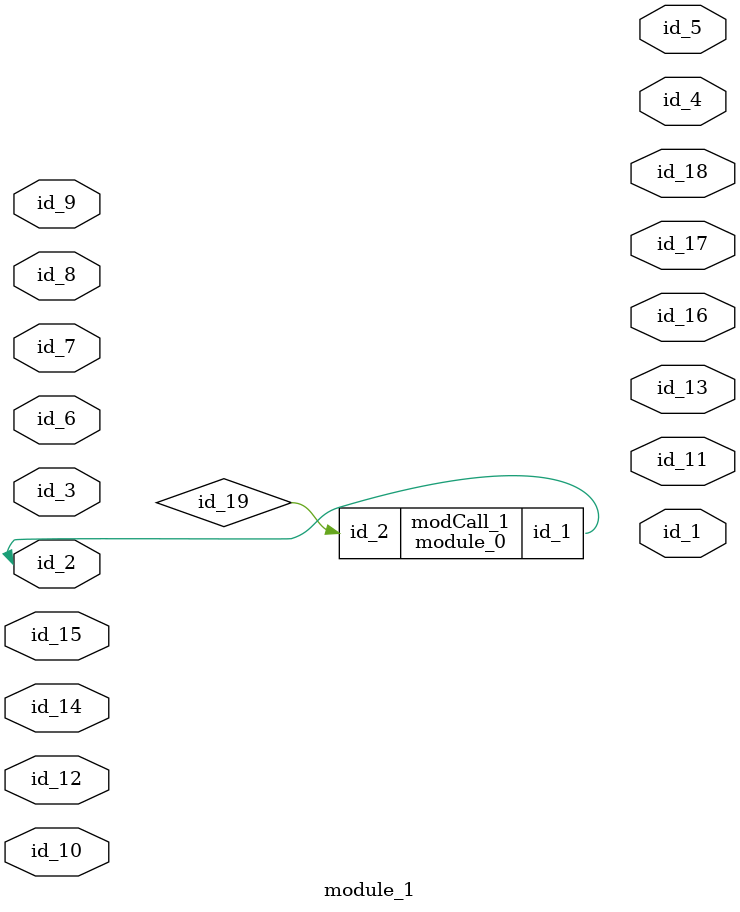
<source format=v>
module module_0 (
    id_1,
    id_2
);
  input wire id_2;
  inout wire id_1;
  wire id_3;
  wire id_4;
endmodule
module module_1 (
    id_1,
    id_2,
    id_3,
    id_4,
    id_5,
    id_6,
    id_7,
    id_8,
    id_9,
    id_10,
    id_11,
    id_12,
    id_13,
    id_14,
    id_15,
    id_16,
    id_17,
    id_18
);
  output wire id_18;
  output wire id_17;
  output wire id_16;
  input wire id_15;
  inout wire id_14;
  output wire id_13;
  inout wire id_12;
  output wire id_11;
  inout wire id_10;
  input wire id_9;
  input wire id_8;
  input wire id_7;
  inout wire id_6;
  output wire id_5;
  output wire id_4;
  inout wire id_3;
  inout wire id_2;
  output wire id_1;
  wire id_19;
  module_0 modCall_1 (
      id_2,
      id_19
  );
endmodule

</source>
